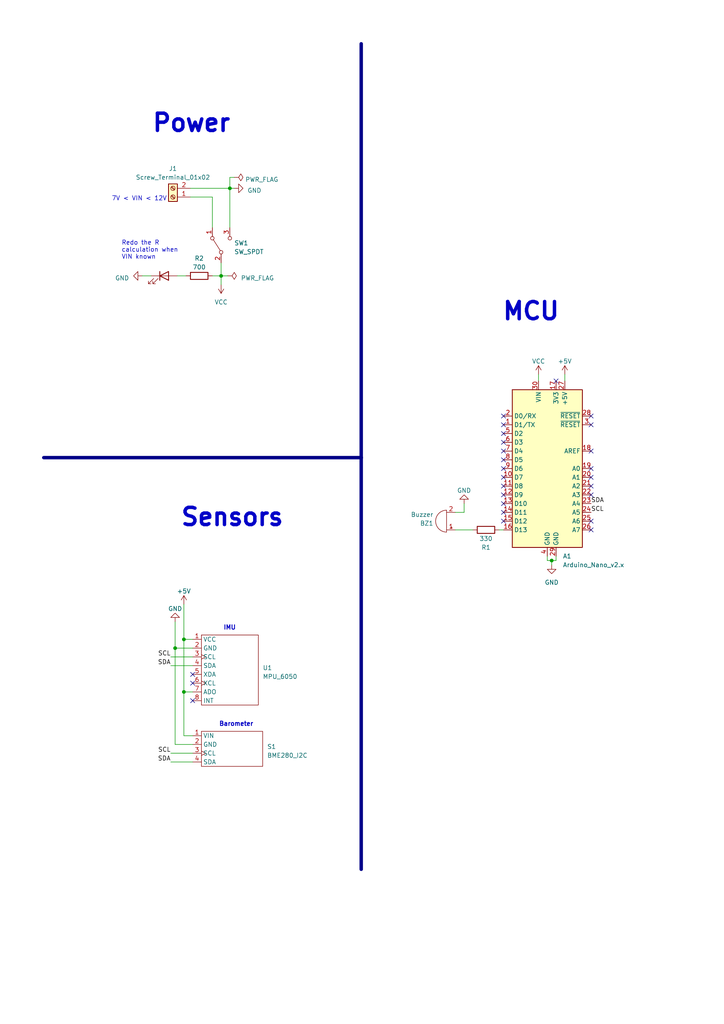
<source format=kicad_sch>
(kicad_sch (version 20230121) (generator eeschema)
  (paper "A4" portrait)
  (title_block (title "WaterRocket Electronic") (date "2023-03-21") (company "EPFL Water Rocketry"))
  (lib_symbols
    (symbol "Connector:Screw_Terminal_01x02" (pin_names (offset 1.016) hide)
      (property "Reference" "J" (at 0 2.54 0))
      (property "Value" "Screw_Terminal_01x02" (at 0 -5.08 0))
      (symbol "Screw_Terminal_01x02_1_1"
        (rectangle (start -1.27 1.27) (end 1.27 -3.81) (stroke (width 0.254)) (fill (type background)))
        (circle (center 0 -2.54) (radius 0.635) (stroke (width 0.1524)))
        (polyline (pts (xy -0.5334 -2.2098) (xy 0.3302 -3.048)) (stroke (width 0.1524)))
        (polyline (pts (xy -0.5334 0.3302) (xy 0.3302 -0.508)) (stroke (width 0.1524)))
        (polyline (pts (xy -0.3556 -2.032) (xy 0.508 -2.8702)) (stroke (width 0.1524)))
        (polyline (pts (xy -0.3556 0.508) (xy 0.508 -0.3302)) (stroke (width 0.1524)))
        (circle (center 0 0) (radius 0.635) (stroke (width 0.1524)))
        (pin passive line (at -5.08 0 0) (length 3.81) (name "Pin_1") (number "1"))
        (pin passive line (at -5.08 -2.54 0) (length 3.81) (name "Pin_2") (number "2"))
      )
    )
    (symbol "Device:Buzzer" (pin_names (offset 0.0254) hide)
      (property "Reference" "BZ" (at 3.81 1.27 0))
      (property "Value" "Buzzer" (at 3.81 -1.27 0))
      (symbol "Buzzer_0_1"
        (arc (start 0 -3.175) (mid 3.1612 0) (end 0 3.175))
        (polyline (pts (xy -1.651 1.905) (xy -1.143 1.905)))
        (polyline (pts (xy -1.397 2.159) (xy -1.397 1.651)))
        (polyline (pts (xy 0 3.175) (xy 0 -3.175)))
      )
      (symbol "Buzzer_1_1"
        (pin passive line (at -2.54 2.54 0) (length 2.54) (name "-") (number "1"))
        (pin passive line (at -2.54 -2.54 0) (length 2.54) (name "+") (number "2"))
      )
    )
    (symbol "Device:LED" (pin_numbers hide) (pin_names (offset 1.016) hide)
      (property "Reference" "D" (at 0 2.54 0))
      (property "Value" "LED" (at 0 -2.54 0))
      (symbol "LED_0_1"
        (polyline (pts (xy -1.27 -1.27) (xy -1.27 1.27)) (stroke (width 0.254)))
        (polyline (pts (xy -1.27 0) (xy 1.27 0)))
        (polyline (pts (xy 1.27 -1.27) (xy 1.27 1.27) (xy -1.27 0) (xy 1.27 -1.27)) (stroke (width 0.254)))
        (polyline (pts (xy -3.048 -0.762) (xy -4.572 -2.286) (xy -3.81 -2.286) (xy -4.572 -2.286) (xy -4.572 -1.524)))
        (polyline (pts (xy -1.778 -0.762) (xy -3.302 -2.286) (xy -2.54 -2.286) (xy -3.302 -2.286) (xy -3.302 -1.524)))
      )
      (symbol "LED_1_1"
        (pin passive line (at -3.81 0 0) (length 2.54) (name "K") (number "1"))
        (pin passive line (at 3.81 0 180) (length 2.54) (name "A") (number "2"))
      )
    )
    (symbol "Device:R" (pin_numbers hide) (pin_names (offset 0))
      (property "Reference" "R" (at 2.032 0 90))
      (property "Value" "R" (at 0 0 90))
      (symbol "R_0_1"
        (rectangle (start -1.016 -2.54) (end 1.016 2.54) (stroke (width 0.254)))
      )
      (symbol "R_1_1"
        (pin passive line (at 0 3.81 270) (length 1.27) (name "~") (number "1"))
        (pin passive line (at 0 -3.81 90) (length 1.27) (name "~") (number "2"))
      )
    )
    (symbol "Library:BME280_I2C"
      (property "Reference" "S" (at 8.89 2.54 0))
      (property "Value" "BME280_I2C" (at 11.43 0 0))
      (symbol "BME280_I2C_0_1"
        (rectangle (start 0 1.27) (end 17.78 -8.89))
      )
      (symbol "BME280_I2C_1_1"
        (pin power_in line (at -2.54 0 0) (length 2.54) (name "VIN") (number "1"))
        (pin power_in line (at -2.54 -2.54 0) (length 2.54) (name "GND") (number "2"))
        (pin input clock (at -2.54 -5.08 0) (length 2.54) (name "SCL") (number "3"))
        (pin bidirectional line (at -2.54 -7.62 0) (length 2.54) (name "SDA") (number "4"))
      )
    )
    (symbol "Library:MPU_6050"
      (property "Reference" "U" (at -1.27 11.43 0))
      (property "Value" "MPU_6050" (at 2.54 8.89 0))
      (symbol "MPU_6050_0_1"
        (rectangle (start -8.89 10.16) (end 7.62 -10.16))
      )
      (symbol "MPU_6050_1_1"
        (pin power_in line (at -11.43 8.89 0) (length 2.54) (name "VCC") (number "1"))
        (pin power_in line (at -11.43 6.35 0) (length 2.54) (name "GND") (number "2"))
        (pin input clock (at -11.43 3.81 0) (length 2.54) (name "SCL") (number "3"))
        (pin input line (at -11.43 1.27 0) (length 2.54) (name "SDA") (number "4"))
        (pin input line (at -11.43 -1.27 0) (length 2.54) (name "XDA") (number "5"))
        (pin input clock (at -11.43 -3.81 0) (length 2.54) (name "XCL") (number "6"))
        (pin input line (at -11.43 -6.35 0) (length 2.54) (name "ADO") (number "7"))
        (pin input line (at -11.43 -8.89 0) (length 2.54) (name "INT") (number "8"))
      )
    )
    (symbol "MCU_Module:Arduino_Nano_v2.x"
      (property "Reference" "A" (at -10.16 23.495 0))
      (property "Value" "Arduino_Nano_v2.x" (at 5.08 -24.13 0))
      (symbol "Arduino_Nano_v2.x_0_1"
        (rectangle (start -10.16 22.86) (end 10.16 -22.86) (stroke (width 0.254)) (fill (type background)))
      )
      (symbol "Arduino_Nano_v2.x_1_1"
        (pin bidirectional line (at -12.7 12.7 0) (length 2.54) (name "D1/TX") (number "1"))
        (pin bidirectional line (at -12.7 -2.54 0) (length 2.54) (name "D7") (number "10"))
        (pin bidirectional line (at -12.7 -5.08 0) (length 2.54) (name "D8") (number "11"))
        (pin bidirectional line (at -12.7 -7.62 0) (length 2.54) (name "D9") (number "12"))
        (pin bidirectional line (at -12.7 -10.16 0) (length 2.54) (name "D10") (number "13"))
        (pin bidirectional line (at -12.7 -12.7 0) (length 2.54) (name "D11") (number "14"))
        (pin bidirectional line (at -12.7 -15.24 0) (length 2.54) (name "D12") (number "15"))
        (pin bidirectional line (at -12.7 -17.78 0) (length 2.54) (name "D13") (number "16"))
        (pin power_out line (at 2.54 25.4 270) (length 2.54) (name "3V3") (number "17"))
        (pin input line (at 12.7 5.08 180) (length 2.54) (name "AREF") (number "18"))
        (pin bidirectional line (at 12.7 0 180) (length 2.54) (name "A0") (number "19"))
        (pin bidirectional line (at -12.7 15.24 0) (length 2.54) (name "D0/RX") (number "2"))
        (pin bidirectional line (at 12.7 -2.54 180) (length 2.54) (name "A1") (number "20"))
        (pin bidirectional line (at 12.7 -5.08 180) (length 2.54) (name "A2") (number "21"))
        (pin bidirectional line (at 12.7 -7.62 180) (length 2.54) (name "A3") (number "22"))
        (pin bidirectional line (at 12.7 -10.16 180) (length 2.54) (name "A4") (number "23"))
        (pin bidirectional line (at 12.7 -12.7 180) (length 2.54) (name "A5") (number "24"))
        (pin bidirectional line (at 12.7 -15.24 180) (length 2.54) (name "A6") (number "25"))
        (pin bidirectional line (at 12.7 -17.78 180) (length 2.54) (name "A7") (number "26"))
        (pin power_out line (at 5.08 25.4 270) (length 2.54) (name "+5V") (number "27"))
        (pin input line (at 12.7 15.24 180) (length 2.54) (name "~{RESET}") (number "28"))
        (pin power_in line (at 2.54 -25.4 90) (length 2.54) (name "GND") (number "29"))
        (pin input line (at 12.7 12.7 180) (length 2.54) (name "~{RESET}") (number "3"))
        (pin power_in line (at -2.54 25.4 270) (length 2.54) (name "VIN") (number "30"))
        (pin power_in line (at 0 -25.4 90) (length 2.54) (name "GND") (number "4"))
        (pin bidirectional line (at -12.7 10.16 0) (length 2.54) (name "D2") (number "5"))
        (pin bidirectional line (at -12.7 7.62 0) (length 2.54) (name "D3") (number "6"))
        (pin bidirectional line (at -12.7 5.08 0) (length 2.54) (name "D4") (number "7"))
        (pin bidirectional line (at -12.7 2.54 0) (length 2.54) (name "D5") (number "8"))
        (pin bidirectional line (at -12.7 0 0) (length 2.54) (name "D6") (number "9"))
      )
    )
    (symbol "Switch:SW_SPDT" (pin_names (offset 0) hide)
      (property "Reference" "SW" (at 0 4.318 0))
      (property "Value" "SW_SPDT" (at 0 -5.08 0))
      (symbol "SW_SPDT_0_0"
        (circle (center -2.032 0) (radius 0.508))
        (circle (center 2.032 -2.54) (radius 0.508))
      )
      (symbol "SW_SPDT_0_1"
        (polyline (pts (xy -1.524 0.254) (xy 1.651 2.286)))
        (circle (center 2.032 2.54) (radius 0.508))
      )
      (symbol "SW_SPDT_1_1"
        (pin passive line (at 5.08 2.54 180) (length 2.54) (name "A") (number "1"))
        (pin passive line (at -5.08 0 0) (length 2.54) (name "B") (number "2"))
        (pin passive line (at 5.08 -2.54 180) (length 2.54) (name "C") (number "3"))
      )
    )
    (symbol "power:+5V" (power) (pin_names (offset 0))
      (property "Value" "+5V" (at 0 3.556 0))
      (symbol "+5V_0_1"
        (polyline (pts (xy -0.762 1.27) (xy 0 2.54)))
        (polyline (pts (xy 0 0) (xy 0 2.54)))
        (polyline (pts (xy 0 2.54) (xy 0.762 1.27)))
      )
      (symbol "+5V_1_1"
        (pin power_in line (at 0 0 90) (length 0) hide (name "+5V") (number "1"))
      )
    )
    (symbol "power:GND" (power) (pin_names (offset 0))
      (property "Value" "GND" (at 0 -3.81 0))
      (symbol "GND_0_1"
        (polyline (pts (xy 0 0) (xy 0 -1.27) (xy 1.27 -1.27) (xy 0 -2.54) (xy -1.27 -1.27) (xy 0 -1.27)))
      )
      (symbol "GND_1_1"
        (pin power_in line (at 0 0 270) (length 0) hide (name "GND") (number "1"))
      )
    )
    (symbol "power:PWR_FLAG" (power) (pin_numbers hide) (pin_names (offset 0) hide)
      (property "Value" "PWR_FLAG" (at 0 3.81 0))
      (symbol "PWR_FLAG_0_0"
        (pin power_out line (at 0 0 90) (length 0) (name "pwr") (number "1"))
      )
      (symbol "PWR_FLAG_0_1"
        (polyline (pts (xy 0 0) (xy 0 1.27) (xy -1.016 1.905) (xy 0 2.54) (xy 1.016 1.905) (xy 0 1.27)))
      )
    )
    (symbol "power:VCC" (power) (pin_names (offset 0))
      (property "Value" "VCC" (at 0 3.81 0))
      (symbol "VCC_0_1"
        (polyline (pts (xy -0.762 1.27) (xy 0 2.54)))
        (polyline (pts (xy 0 0) (xy 0 2.54)))
        (polyline (pts (xy 0 2.54) (xy 0.762 1.27)))
      )
      (symbol "VCC_1_1"
        (pin power_in line (at 0 0 90) (length 0) hide (name "VCC") (number "1"))
      )
    )
  )
  (junction (at 53.34 200.66))
  (junction (at 160.02 162.56))
  (junction (at 50.8 187.96))
  (junction (at 66.675 54.61))
  (junction (at 104.775 132.715))
  (junction (at 53.34 185.42))
  (junction (at 64.135 80.01))
  (no_connect (at 171.45 130.81))
  (no_connect (at 146.05 146.05))
  (no_connect (at 146.05 140.97))
  (no_connect (at 146.05 143.51))
  (no_connect (at 146.05 120.65))
  (no_connect (at 146.05 130.81))
  (no_connect (at 171.45 138.43))
  (no_connect (at 146.05 128.27))
  (no_connect (at 146.05 135.89))
  (no_connect (at 171.45 123.19))
  (no_connect (at 146.05 151.13))
  (no_connect (at 146.05 133.35))
  (no_connect (at 146.05 148.59))
  (no_connect (at 55.88 203.2))
  (no_connect (at 171.45 140.97))
  (no_connect (at 171.45 151.13))
  (no_connect (at 171.45 143.51))
  (no_connect (at 171.45 135.89))
  (no_connect (at 171.45 120.65))
  (no_connect (at 146.05 138.43))
  (no_connect (at 146.05 125.73))
  (no_connect (at 161.29 110.49))
  (no_connect (at 146.05 123.19))
  (no_connect (at 55.88 195.58))
  (no_connect (at 171.45 153.67))
  (no_connect (at 55.88 198.12))
  (wire (pts (xy 64.135 80.01) (xy 64.135 82.55)))
  (wire (pts (xy 51.435 80.01) (xy 53.975 80.01)))
  (wire (pts (xy 41.275 80.01) (xy 43.815 80.01)))
  (wire (pts (xy 53.34 213.36) (xy 55.88 213.36)))
  (wire (pts (xy 61.595 57.15) (xy 61.595 66.04)))
  (wire (pts (xy 55.245 54.61) (xy 66.675 54.61)))
  (wire (pts (xy 66.675 54.61) (xy 67.945 54.61)))
  (wire (pts (xy 66.675 51.435) (xy 66.675 54.61)))
  (wire (pts (xy 66.675 54.61) (xy 66.675 66.04)))
  (wire (pts (xy 134.62 148.59) (xy 132.08 148.59)))
  (wire (pts (xy 64.135 76.2) (xy 64.135 80.01)))
  (wire (pts (xy 160.02 162.56) (xy 158.75 162.56)))
  (wire (pts (xy 161.29 162.56) (xy 160.02 162.56)))
  (wire (pts (xy 53.34 200.66) (xy 53.34 213.36)))
  (wire (pts (xy 49.53 193.04) (xy 55.88 193.04)))
  (wire (pts (xy 161.29 161.29) (xy 161.29 162.56)))
  (wire (pts (xy 134.62 146.05) (xy 134.62 148.59)))
  (wire (pts (xy 158.75 162.56) (xy 158.75 161.29)))
  (wire (pts (xy 50.8 187.96) (xy 55.88 187.96)))
  (wire (pts (xy 53.34 175.26) (xy 53.34 185.42)))
  (wire (pts (xy 144.78 153.67) (xy 146.05 153.67)))
  (wire (pts (xy 55.245 57.15) (xy 61.595 57.15)))
  (wire (pts (xy 50.8 215.9) (xy 50.8 187.96)))
  (wire (pts (xy 64.135 80.01) (xy 66.04 80.01)))
  (bus (pts (xy 104.775 132.715) (xy 12.7 132.715)) (stroke (width 1)))
  (wire (pts (xy 49.53 220.98) (xy 55.88 220.98)))
  (wire (pts (xy 61.595 80.01) (xy 64.135 80.01)))
  (wire (pts (xy 49.53 218.44) (xy 55.88 218.44)))
  (wire (pts (xy 132.08 153.67) (xy 137.16 153.67)))
  (wire (pts (xy 53.34 185.42) (xy 55.88 185.42)))
  (bus (pts (xy 104.775 12.7) (xy 104.775 132.715)) (stroke (width 1)))
  (wire (pts (xy 53.34 185.42) (xy 53.34 200.66)))
  (wire (pts (xy 55.88 215.9) (xy 50.8 215.9)))
  (wire (pts (xy 163.83 108.585) (xy 163.83 110.49)))
  (wire (pts (xy 67.945 51.435) (xy 66.675 51.435)))
  (wire (pts (xy 156.21 108.585) (xy 156.21 110.49)))
  (wire (pts (xy 50.8 187.96) (xy 50.8 180.34)))
  (bus (pts (xy 104.775 132.715) (xy 104.775 252.095)) (stroke (width 1)))
  (wire (pts (xy 160.02 163.83) (xy 160.02 162.56)))
  (wire (pts (xy 49.53 190.5) (xy 55.88 190.5)))
  (wire (pts (xy 53.34 200.66) (xy 55.88 200.66)))
  (text_box "Redo the R calculation when VIN known" (at 34.29 68.58 0) (size 20.32 8.89) (stroke (width -0.0001)) (effects (font (size 1.27 1.27)) (justify left top)))
  (text "Sensors" (at 52.07 153.035 0) (effects (font (size 5 5) (thickness 1) bold) (justify left bottom)))
  (text "Barometer" (at 63.5 210.82 0) (effects (font (size 1.27 1.27) bold) (justify left bottom)))
  (text "MCU" (at 145.415 93.345 0) (effects (font (size 5 5) (thickness 1) bold) (justify left bottom)))
  (text "Power" (at 43.815 38.735 0) (effects (font (size 5 5) (thickness 1) bold) (justify left bottom)))
  (text "IMU" (at 64.77 182.88 0) (effects (font (size 1.27 1.27) bold) (justify left bottom)))
  (text "7V < VIN < 12V" (at 32.385 58.42 0) (effects (font (size 1.27 1.27)) (justify left bottom)))
  (label "SCL" (at 171.45 148.59 0))
  (label "SDA" (at 49.53 220.98 180))
  (label "SCL" (at 49.53 218.44 180))
  (label "SCL" (at 49.53 190.5 180))
  (label "SDA" (at 171.45 146.05 0))
  (label "SDA" (at 49.53 193.04 180))
  (symbol (lib_id "Device:LED") (at 47.625 80.01 0) (unit 1)
    (property "Reference" "D1" (effects hide))
    (property "Value" "LED" (effects hide))
    (property "Footprint" "LED_THT:LED_D5.0mm" (effects hide))
  )
  (symbol (lib_id "power:GND") (at 67.945 54.61 90) (unit 1)
    (property "Reference" "#PWR06" (effects hide))
    (property "Value" "GND" (at 71.755 55.245 90) (effects (justify right)))
  )
  (symbol (lib_id "power:GND") (at 50.8 180.34 180) (unit 1)
    (property "Reference" "#PWR01" (effects hide))
    (property "Value" "GND" (at 50.8 176.53 0))
  )
  (symbol (lib_id "Switch:SW_SPDT") (at 64.135 71.12 90) (unit 1)
    (property "Reference" "SW1" (at 67.945 70.485 90) (effects (justify right)))
    (property "Value" "SW_SPDT" (at 67.945 73.025 90) (effects (justify right)))
    (property "Footprint" "Button_Switch_THT:SW_CuK_OS102011MA1QN1_SPDT_Angled" (effects hide))
  )
  (symbol (lib_id "Device:R") (at 140.97 153.67 90) (unit 1)
    (property "Reference" "R1" (at 140.97 158.75 90))
    (property "Value" "330" (at 140.97 156.21 90))
    (property "Footprint" "Resistor_THT:R_Axial_DIN0204_L3.6mm_D1.6mm_P7.62mm_Horizontal" (effects hide))
  )
  (symbol (lib_id "Connector:Screw_Terminal_01x02") (at 50.165 57.15 180) (unit 1)
    (property "Reference" "J1" (at 50.165 48.895 0))
    (property "Value" "Screw_Terminal_01x02" (at 50.165 51.435 0))
    (property "Footprint" "TerminalBlock_TE-Connectivity:TerminalBlock_TE_282834-2_1x02_P2.54mm_Horizontal" (effects hide))
  )
  (symbol (lib_id "Device:R") (at 57.785 80.01 90) (unit 1)
    (property "Reference" "R2" (at 57.785 74.93 90))
    (property "Value" "700" (at 57.785 77.47 90))
    (property "Footprint" "Resistor_THT:R_Axial_DIN0204_L3.6mm_D1.6mm_P7.62mm_Horizontal" (effects hide))
  )
  (symbol (lib_id "power:+5V") (at 53.34 175.26 0) (unit 1)
    (property "Reference" "#PWR07" (effects hide))
    (property "Value" "+5V" (at 53.34 171.45 0))
  )
  (symbol (lib_id "power:PWR_FLAG") (at 66.04 80.01 270) (unit 1)
    (property "Reference" "#FLG02" (effects hide))
    (property "Value" "PWR_FLAG" (at 69.85 80.645 90) (effects (justify left)))
  )
  (symbol (lib_id "power:+5V") (at 163.83 108.585 0) (unit 1)
    (property "Reference" "#PWR09" (effects hide))
    (property "Value" "+5V" (at 163.83 104.775 0))
  )
  (symbol (lib_id "Device:Buzzer") (at 129.54 151.13 180) (unit 1)
    (property "Reference" "BZ1" (at 125.73 151.765 0) (effects (justify left)))
    (property "Value" "Buzzer" (at 125.73 149.225 0) (effects (justify left)))
    (property "Footprint" "Buzzer_Beeper:Buzzer_12x9.5RM7.6" (effects hide))
  )
  (symbol (lib_id "power:PWR_FLAG") (at 67.945 51.435 270) (unit 1)
    (property "Reference" "#FLG01" (effects hide))
    (property "Value" "PWR_FLAG" (at 71.12 52.07 90) (effects (justify left)))
  )
  (symbol (lib_id "Library:MPU_6050") (at 67.31 194.31 0) (unit 1)
    (property "Reference" "U1" (at 76.2 193.675 0) (effects (justify left)))
    (property "Value" "MPU_6050" (at 76.2 196.215 0) (effects (justify left)))
    (property "Footprint" "Library:MPU_6050" (effects hide))
  )
  (symbol (lib_id "Library:BME280_I2C") (at 58.42 213.36 0) (unit 1)
    (property "Reference" "S1" (at 77.47 216.535 0) (effects (justify left)))
    (property "Value" "BME280_I2C" (at 77.47 219.075 0) (effects (justify left)))
    (property "Footprint" "Library:BME280_I2C" (effects hide))
  )
  (symbol (lib_id "power:VCC") (at 156.21 108.585 0) (unit 1)
    (property "Reference" "#PWR08" (effects hide))
    (property "Value" "VCC" (at 156.21 104.775 0))
  )
  (symbol (lib_id "MCU_Module:Arduino_Nano_v2.x") (at 158.75 135.89 0) (unit 1)
    (property "Reference" "A1" (at 163.2459 161.29 0) (effects (justify left)))
    (property "Value" "Arduino_Nano_v2.x" (at 163.2459 163.83 0) (effects (justify left)))
    (property "Footprint" "Module:Arduino_Nano" (effects hide))
    (property "Datasheet" "https://www.arduino.cc/en/uploads/Main/ArduinoNanoManual23.pdf" (effects hide))
  )
  (symbol (lib_id "power:GND") (at 41.275 80.01 270) (unit 1)
    (property "Reference" "#PWR05" (effects hide))
    (property "Value" "GND" (at 37.465 80.645 90) (effects (justify right)))
  )
  (symbol (lib_id "power:GND") (at 134.62 146.05 180) (unit 1)
    (property "Reference" "#PWR03" (effects hide))
    (property "Value" "GND" (at 134.62 142.24 0))
  )
  (symbol (lib_id "power:GND") (at 160.02 163.83 0) (unit 1)
    (property "Reference" "#PWR04" (effects hide))
    (property "Value" "GND" (at 160.02 168.91 0))
  )
  (symbol (lib_id "power:VCC") (at 64.135 82.55 180) (unit 1)
    (property "Reference" "#PWR02" (effects hide))
    (property "Value" "VCC" (at 64.135 87.63 0))
  )
)
</source>
